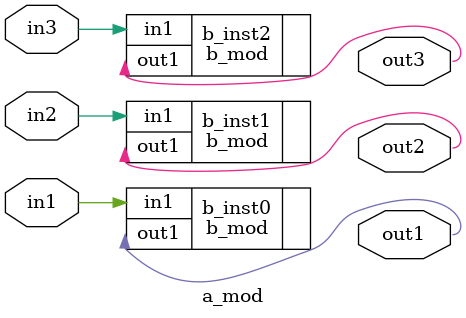
<source format=v>

module a_mod(in1, in2, in3, out1, out2, out3);

parameter WA = 32;

input in1, in2, in3;
output out1, out2, out3; 


b_mod	b_inst0(
		.in1(	in1	),
		.out1(	out1		)
		);

b_mod	b_inst1(
		.in1(	in2	),
		.out1(	out2  )
		);

b_mod	b_inst2(
		.in1(  in3	),
		.out1(  out3  )
		);

endmodule
</source>
